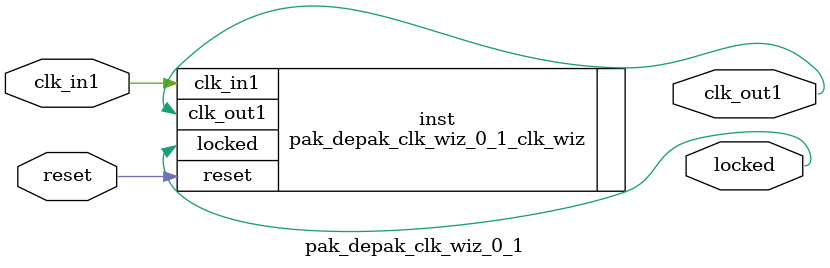
<source format=v>


`timescale 1ps/1ps

(* CORE_GENERATION_INFO = "pak_depak_clk_wiz_0_1,clk_wiz_v6_0_6_0_0,{component_name=pak_depak_clk_wiz_0_1,use_phase_alignment=true,use_min_o_jitter=false,use_max_i_jitter=false,use_dyn_phase_shift=false,use_inclk_switchover=false,use_dyn_reconfig=false,enable_axi=0,feedback_source=FDBK_AUTO,PRIMITIVE=MMCM,num_out_clk=1,clkin1_period=10.000,clkin2_period=10.000,use_power_down=false,use_reset=true,use_locked=true,use_inclk_stopped=false,feedback_type=SINGLE,CLOCK_MGR_TYPE=NA,manual_override=false}" *)

module pak_depak_clk_wiz_0_1 
 (
  // Clock out ports
  output        clk_out1,
  // Status and control signals
  input         reset,
  output        locked,
 // Clock in ports
  input         clk_in1
 );

  pak_depak_clk_wiz_0_1_clk_wiz inst
  (
  // Clock out ports  
  .clk_out1(clk_out1),
  // Status and control signals               
  .reset(reset), 
  .locked(locked),
 // Clock in ports
  .clk_in1(clk_in1)
  );

endmodule

</source>
